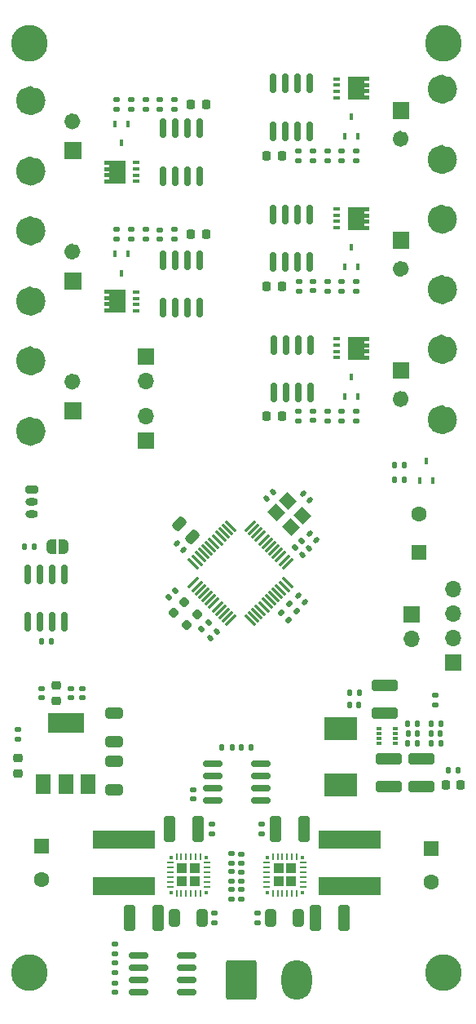
<source format=gts>
G04 #@! TF.GenerationSoftware,KiCad,Pcbnew,(6.0.6)*
G04 #@! TF.CreationDate,2023-02-05T11:57:00-05:00*
G04 #@! TF.ProjectId,KXRPowerBoardV2,4b585250-6f77-4657-9242-6f6172645632,rev?*
G04 #@! TF.SameCoordinates,Original*
G04 #@! TF.FileFunction,Soldermask,Top*
G04 #@! TF.FilePolarity,Negative*
%FSLAX46Y46*%
G04 Gerber Fmt 4.6, Leading zero omitted, Abs format (unit mm)*
G04 Created by KiCad (PCBNEW (6.0.6)) date 2023-02-05 11:57:00*
%MOMM*%
%LPD*%
G01*
G04 APERTURE LIST*
G04 Aperture macros list*
%AMRoundRect*
0 Rectangle with rounded corners*
0 $1 Rounding radius*
0 $2 $3 $4 $5 $6 $7 $8 $9 X,Y pos of 4 corners*
0 Add a 4 corners polygon primitive as box body*
4,1,4,$2,$3,$4,$5,$6,$7,$8,$9,$2,$3,0*
0 Add four circle primitives for the rounded corners*
1,1,$1+$1,$2,$3*
1,1,$1+$1,$4,$5*
1,1,$1+$1,$6,$7*
1,1,$1+$1,$8,$9*
0 Add four rect primitives between the rounded corners*
20,1,$1+$1,$2,$3,$4,$5,0*
20,1,$1+$1,$4,$5,$6,$7,0*
20,1,$1+$1,$6,$7,$8,$9,0*
20,1,$1+$1,$8,$9,$2,$3,0*%
%AMRotRect*
0 Rectangle, with rotation*
0 The origin of the aperture is its center*
0 $1 length*
0 $2 width*
0 $3 Rotation angle, in degrees counterclockwise*
0 Add horizontal line*
21,1,$1,$2,0,0,$3*%
%AMFreePoly0*
4,1,17,1.395000,0.765000,0.855000,0.765000,0.855000,0.535000,1.395000,0.535000,1.395000,0.115000,0.855000,0.115000,0.855000,-0.115000,1.395000,-0.115000,1.395000,-0.535000,0.855000,-0.535000,0.855000,-0.765000,1.395000,-0.765000,1.395000,-1.185000,-0.855000,-1.185000,-0.855000,1.185000,1.395000,1.185000,1.395000,0.765000,1.395000,0.765000,$1*%
%AMFreePoly1*
4,1,22,0.500000,-0.750000,0.000000,-0.750000,0.000000,-0.745033,-0.079941,-0.743568,-0.215256,-0.701293,-0.333266,-0.622738,-0.424486,-0.514219,-0.481581,-0.384460,-0.499164,-0.250000,-0.500000,-0.250000,-0.500000,0.250000,-0.499164,0.250000,-0.499963,0.256109,-0.478152,0.396186,-0.417904,0.524511,-0.324060,0.630769,-0.204165,0.706417,-0.067858,0.745374,0.000000,0.744959,0.000000,0.750000,
0.500000,0.750000,0.500000,-0.750000,0.500000,-0.750000,$1*%
%AMFreePoly2*
4,1,20,0.000000,0.744959,0.073905,0.744508,0.209726,0.703889,0.328688,0.626782,0.421226,0.519385,0.479903,0.390333,0.500000,0.250000,0.500000,-0.250000,0.499851,-0.262216,0.476331,-0.402017,0.414519,-0.529596,0.319384,-0.634700,0.198574,-0.708877,0.061801,-0.746166,0.000000,-0.745033,0.000000,-0.750000,-0.500000,-0.750000,-0.500000,0.750000,0.000000,0.750000,0.000000,0.744959,
0.000000,0.744959,$1*%
G04 Aperture macros list end*
%ADD10C,1.531200*%
%ADD11C,0.836200*%
%ADD12C,0.010000*%
%ADD13RoundRect,0.135000X-0.185000X0.135000X-0.185000X-0.135000X0.185000X-0.135000X0.185000X0.135000X0*%
%ADD14RoundRect,0.140000X0.170000X-0.140000X0.170000X0.140000X-0.170000X0.140000X-0.170000X-0.140000X0*%
%ADD15R,1.700000X1.700000*%
%ADD16O,1.700000X1.700000*%
%ADD17RoundRect,0.135000X0.135000X0.185000X-0.135000X0.185000X-0.135000X-0.185000X0.135000X-0.185000X0*%
%ADD18R,0.450000X0.700000*%
%ADD19RoundRect,0.140000X0.219203X0.021213X0.021213X0.219203X-0.219203X-0.021213X-0.021213X-0.219203X0*%
%ADD20RoundRect,0.135000X0.185000X-0.135000X0.185000X0.135000X-0.185000X0.135000X-0.185000X-0.135000X0*%
%ADD21RoundRect,0.140000X-0.219203X-0.021213X-0.021213X-0.219203X0.219203X0.021213X0.021213X0.219203X0*%
%ADD22RoundRect,0.135000X-0.135000X-0.185000X0.135000X-0.185000X0.135000X0.185000X-0.135000X0.185000X0*%
%ADD23RoundRect,0.218750X0.026517X-0.335876X0.335876X-0.026517X-0.026517X0.335876X-0.335876X0.026517X0*%
%ADD24RoundRect,0.140000X-0.170000X0.140000X-0.170000X-0.140000X0.170000X-0.140000X0.170000X0.140000X0*%
%ADD25RoundRect,0.250000X-0.325000X-0.650000X0.325000X-0.650000X0.325000X0.650000X-0.325000X0.650000X0*%
%ADD26RoundRect,0.135000X-0.035355X0.226274X-0.226274X0.035355X0.035355X-0.226274X0.226274X-0.035355X0*%
%ADD27RoundRect,0.250000X0.325000X1.100000X-0.325000X1.100000X-0.325000X-1.100000X0.325000X-1.100000X0*%
%ADD28RoundRect,0.140000X0.140000X0.170000X-0.140000X0.170000X-0.140000X-0.170000X0.140000X-0.170000X0*%
%ADD29R,0.700000X0.420000*%
%ADD30FreePoly0,180.000000*%
%ADD31RoundRect,0.218750X0.218750X0.256250X-0.218750X0.256250X-0.218750X-0.256250X0.218750X-0.256250X0*%
%ADD32FreePoly0,0.000000*%
%ADD33RoundRect,0.150000X0.825000X0.150000X-0.825000X0.150000X-0.825000X-0.150000X0.825000X-0.150000X0*%
%ADD34R,1.500000X2.000000*%
%ADD35R,3.800000X2.000000*%
%ADD36C,3.800000*%
%ADD37RoundRect,0.250000X-0.512652X-0.159099X-0.159099X-0.512652X0.512652X0.159099X0.159099X0.512652X0*%
%ADD38RoundRect,0.250000X-0.325000X-1.100000X0.325000X-1.100000X0.325000X1.100000X-0.325000X1.100000X0*%
%ADD39RoundRect,0.218750X0.256250X-0.218750X0.256250X0.218750X-0.256250X0.218750X-0.256250X-0.218750X0*%
%ADD40R,1.600000X1.600000*%
%ADD41C,1.600000*%
%ADD42RoundRect,0.140000X0.021213X-0.219203X0.219203X-0.021213X-0.021213X0.219203X-0.219203X0.021213X0*%
%ADD43RoundRect,0.218750X-0.218750X-0.256250X0.218750X-0.256250X0.218750X0.256250X-0.218750X0.256250X0*%
%ADD44RoundRect,0.135000X-0.226274X-0.035355X-0.035355X-0.226274X0.226274X0.035355X0.035355X0.226274X0*%
%ADD45R,3.500000X2.450000*%
%ADD46RoundRect,0.250000X-1.100000X0.325000X-1.100000X-0.325000X1.100000X-0.325000X1.100000X0.325000X0*%
%ADD47RotRect,1.400000X1.200000X315.000000*%
%ADD48RoundRect,0.250000X0.325000X0.650000X-0.325000X0.650000X-0.325000X-0.650000X0.325000X-0.650000X0*%
%ADD49RoundRect,0.250000X-1.330000X-1.800000X1.330000X-1.800000X1.330000X1.800000X-1.330000X1.800000X0*%
%ADD50O,3.160000X4.100000*%
%ADD51RoundRect,0.140000X-0.021213X0.219203X-0.219203X0.021213X0.021213X-0.219203X0.219203X-0.021213X0*%
%ADD52RoundRect,0.250000X1.100000X-0.325000X1.100000X0.325000X-1.100000X0.325000X-1.100000X-0.325000X0*%
%ADD53RoundRect,0.150000X0.150000X-0.825000X0.150000X0.825000X-0.150000X0.825000X-0.150000X-0.825000X0*%
%ADD54FreePoly1,0.000000*%
%ADD55FreePoly2,0.000000*%
%ADD56R,6.500000X1.920000*%
%ADD57RoundRect,0.150000X-0.150000X0.825000X-0.150000X-0.825000X0.150000X-0.825000X0.150000X0.825000X0*%
%ADD58R,0.250000X0.700000*%
%ADD59R,0.700000X0.250000*%
%ADD60R,1.125000X1.125000*%
%ADD61R,0.375000X0.375000*%
%ADD62RoundRect,0.200000X-0.450000X0.200000X-0.450000X-0.200000X0.450000X-0.200000X0.450000X0.200000X0*%
%ADD63O,1.300000X0.800000*%
%ADD64RoundRect,0.140000X-0.140000X-0.170000X0.140000X-0.170000X0.140000X0.170000X-0.140000X0.170000X0*%
%ADD65R,0.475000X0.300000*%
%ADD66RoundRect,0.218750X-0.256250X0.218750X-0.256250X-0.218750X0.256250X-0.218750X0.256250X0.218750X0*%
%ADD67RoundRect,0.250000X-0.650000X0.325000X-0.650000X-0.325000X0.650000X-0.325000X0.650000X0.325000X0*%
%ADD68RoundRect,0.075000X0.415425X0.521491X-0.521491X-0.415425X-0.415425X-0.521491X0.521491X0.415425X0*%
%ADD69RoundRect,0.075000X-0.415425X0.521491X-0.521491X0.415425X0.415425X-0.521491X0.521491X-0.415425X0*%
G04 APERTURE END LIST*
D10*
X179375850Y-63295000D02*
G75*
G03*
X179375850Y-63295000I-765600J0D01*
G01*
D11*
X183348350Y-58145000D02*
G75*
G03*
X183348350Y-58145000I-418100J0D01*
G01*
D10*
X179375850Y-55995000D02*
G75*
G03*
X179375850Y-55995000I-765600J0D01*
G01*
G36*
X183766450Y-61981200D02*
G01*
X182094050Y-61981200D01*
X182094050Y-60308800D01*
X183766450Y-60308800D01*
X183766450Y-61981200D01*
G37*
D12*
X183766450Y-61981200D02*
X182094050Y-61981200D01*
X182094050Y-60308800D01*
X183766450Y-60308800D01*
X183766450Y-61981200D01*
D10*
X179375850Y-90295000D02*
G75*
G03*
X179375850Y-90295000I-765600J0D01*
G01*
D11*
X183348350Y-85145000D02*
G75*
G03*
X183348350Y-85145000I-418100J0D01*
G01*
D10*
X179375850Y-82995000D02*
G75*
G03*
X179375850Y-82995000I-765600J0D01*
G01*
G36*
X183766450Y-88981200D02*
G01*
X182094050Y-88981200D01*
X182094050Y-87308800D01*
X183766450Y-87308800D01*
X183766450Y-88981200D01*
G37*
D12*
X183766450Y-88981200D02*
X182094050Y-88981200D01*
X182094050Y-87308800D01*
X183766450Y-87308800D01*
X183766450Y-88981200D01*
D11*
X217461100Y-59947000D02*
G75*
G03*
X217461100Y-59947000I-418100J0D01*
G01*
D10*
X222128600Y-54797000D02*
G75*
G03*
X222128600Y-54797000I-765600J0D01*
G01*
X222128600Y-62097000D02*
G75*
G03*
X222128600Y-62097000I-765600J0D01*
G01*
G36*
X217879200Y-57783200D02*
G01*
X216206800Y-57783200D01*
X216206800Y-56110800D01*
X217879200Y-56110800D01*
X217879200Y-57783200D01*
G37*
D12*
X217879200Y-57783200D02*
X216206800Y-57783200D01*
X216206800Y-56110800D01*
X217879200Y-56110800D01*
X217879200Y-57783200D01*
D10*
X222128600Y-68297000D02*
G75*
G03*
X222128600Y-68297000I-765600J0D01*
G01*
X222128600Y-75597000D02*
G75*
G03*
X222128600Y-75597000I-765600J0D01*
G01*
D11*
X217461100Y-73447000D02*
G75*
G03*
X217461100Y-73447000I-418100J0D01*
G01*
G36*
X217879200Y-71283200D02*
G01*
X216206800Y-71283200D01*
X216206800Y-69610800D01*
X217879200Y-69610800D01*
X217879200Y-71283200D01*
G37*
D12*
X217879200Y-71283200D02*
X216206800Y-71283200D01*
X216206800Y-69610800D01*
X217879200Y-69610800D01*
X217879200Y-71283200D01*
D10*
X179375850Y-69495000D02*
G75*
G03*
X179375850Y-69495000I-765600J0D01*
G01*
D11*
X183348350Y-71645000D02*
G75*
G03*
X183348350Y-71645000I-418100J0D01*
G01*
D10*
X179375850Y-76795000D02*
G75*
G03*
X179375850Y-76795000I-765600J0D01*
G01*
G36*
X183766450Y-75481200D02*
G01*
X182094050Y-75481200D01*
X182094050Y-73808800D01*
X183766450Y-73808800D01*
X183766450Y-75481200D01*
G37*
D12*
X183766450Y-75481200D02*
X182094050Y-75481200D01*
X182094050Y-73808800D01*
X183766450Y-73808800D01*
X183766450Y-75481200D01*
D10*
X222128600Y-81797000D02*
G75*
G03*
X222128600Y-81797000I-765600J0D01*
G01*
X222128600Y-89097000D02*
G75*
G03*
X222128600Y-89097000I-765600J0D01*
G01*
D11*
X217461100Y-86947000D02*
G75*
G03*
X217461100Y-86947000I-418100J0D01*
G01*
G36*
X217879200Y-84783200D02*
G01*
X216206800Y-84783200D01*
X216206800Y-83110800D01*
X217879200Y-83110800D01*
X217879200Y-84783200D01*
G37*
D12*
X217879200Y-84783200D02*
X216206800Y-84783200D01*
X216206800Y-83110800D01*
X217879200Y-83110800D01*
X217879200Y-84783200D01*
D13*
X189046000Y-69375000D03*
X189046000Y-70395000D03*
D14*
X207927250Y-89157000D03*
X207927250Y-88197000D03*
D15*
X222500000Y-114290000D03*
D16*
X222500000Y-111750000D03*
X222500000Y-109210000D03*
X222500000Y-106670000D03*
D13*
X190546000Y-69375000D03*
X190546000Y-70395000D03*
D17*
X221210000Y-120650000D03*
X220190000Y-120650000D03*
D18*
X219048000Y-95400000D03*
X220348000Y-95400000D03*
X219698000Y-93400000D03*
D19*
X207120411Y-108060411D03*
X206441589Y-107381589D03*
D20*
X206502000Y-75760000D03*
X206502000Y-74740000D03*
D21*
X206889812Y-96810731D03*
X207568634Y-97489553D03*
D13*
X197700000Y-140290000D03*
X197700000Y-141310000D03*
X193546000Y-69375000D03*
X193546000Y-70395000D03*
D22*
X221994000Y-125500000D03*
X223014000Y-125500000D03*
D20*
X212427250Y-62250000D03*
X212427250Y-61230000D03*
D23*
X193441000Y-109141847D03*
X194554694Y-108028153D03*
D14*
X207927250Y-62200000D03*
X207927250Y-61240000D03*
D24*
X200500000Y-136040000D03*
X200500000Y-137000000D03*
D25*
X193500000Y-140825000D03*
X196450000Y-140825000D03*
D22*
X216438000Y-95370000D03*
X217458000Y-95370000D03*
D26*
X197083624Y-110129376D03*
X196362376Y-110850624D03*
D27*
X191818000Y-140825000D03*
X188868000Y-140825000D03*
D28*
X180713000Y-112125000D03*
X179753000Y-112125000D03*
D29*
X189546000Y-64370000D03*
X189546000Y-63720000D03*
X189546000Y-63070000D03*
X189546000Y-62420000D03*
D30*
X187591000Y-63395000D03*
D22*
X217790000Y-122700000D03*
X218810000Y-122700000D03*
D18*
X211277250Y-73197000D03*
X212577250Y-73197000D03*
X211927250Y-71197000D03*
D29*
X189546000Y-77805000D03*
X189546000Y-77155000D03*
X189546000Y-76505000D03*
X189546000Y-75855000D03*
D30*
X187591000Y-76830000D03*
D31*
X196833500Y-69885000D03*
X195258500Y-69885000D03*
D20*
X212427250Y-75760000D03*
X212427250Y-74740000D03*
D29*
X210427250Y-67222000D03*
X210427250Y-67872000D03*
X210427250Y-68522000D03*
X210427250Y-69172000D03*
D32*
X212382250Y-68197000D03*
D33*
X194775000Y-148505000D03*
X194775000Y-147235000D03*
X194775000Y-145965000D03*
X194775000Y-144695000D03*
X189825000Y-144695000D03*
X189825000Y-145965000D03*
X189825000Y-147235000D03*
X189825000Y-148505000D03*
D34*
X179950000Y-126900000D03*
X182250000Y-126900000D03*
D35*
X182250000Y-120600000D03*
D34*
X184550000Y-126900000D03*
D21*
X193816589Y-101939589D03*
X194495411Y-102618411D03*
D15*
X190600000Y-91275000D03*
D16*
X190600000Y-88735000D03*
D36*
X221500000Y-50000000D03*
D37*
X194062498Y-99935498D03*
X195406000Y-101279000D03*
D38*
X208192000Y-140825000D03*
X211142000Y-140825000D03*
D28*
X218780000Y-121650000D03*
X217820000Y-121650000D03*
D20*
X206427250Y-62250000D03*
X206427250Y-61230000D03*
D39*
X177250000Y-125787500D03*
X177250000Y-124212500D03*
D40*
X179725000Y-133325000D03*
D41*
X179725000Y-136825000D03*
D24*
X179750000Y-116980000D03*
X179750000Y-117940000D03*
D33*
X202475000Y-128605000D03*
X202475000Y-127335000D03*
X202475000Y-126065000D03*
X202475000Y-124795000D03*
X197525000Y-124795000D03*
X197525000Y-126065000D03*
X197525000Y-127335000D03*
X197525000Y-128605000D03*
D42*
X197272589Y-111718411D03*
X197951411Y-111039589D03*
D31*
X196833500Y-56395000D03*
X195258500Y-56395000D03*
D43*
X203139750Y-88697000D03*
X204714750Y-88697000D03*
D44*
X205506376Y-108224376D03*
X206227624Y-108945624D03*
D15*
X218200000Y-109325000D03*
D16*
X218200000Y-111865000D03*
D45*
X210770000Y-121131000D03*
X210770000Y-126981000D03*
D20*
X210927250Y-75760000D03*
X210927250Y-74740000D03*
D17*
X199510000Y-123100000D03*
X198490000Y-123100000D03*
D13*
X187546000Y-69375000D03*
X187546000Y-70395000D03*
D46*
X215392000Y-116635000D03*
X215392000Y-119585000D03*
D44*
X204637752Y-109133752D03*
X205359000Y-109855000D03*
D47*
X204100365Y-98723365D03*
X205656000Y-100279000D03*
X206858081Y-99076919D03*
X205302446Y-97521284D03*
D48*
X206450000Y-140825000D03*
X203500000Y-140825000D03*
D22*
X220190000Y-122700000D03*
X221210000Y-122700000D03*
D49*
X200512500Y-147225000D03*
D50*
X206212500Y-147225000D03*
D24*
X199500000Y-137860000D03*
X199500000Y-138820000D03*
D20*
X209427250Y-89217000D03*
X209427250Y-88197000D03*
D26*
X193654624Y-106827376D03*
X192933376Y-107548624D03*
D18*
X188696000Y-71895000D03*
X187396000Y-71895000D03*
X188046000Y-73895000D03*
D51*
X207495411Y-102439589D03*
X206816589Y-103118411D03*
D13*
X199500000Y-136000000D03*
X199500000Y-137020000D03*
D20*
X210927250Y-62250000D03*
X210927250Y-61230000D03*
X206427250Y-89207000D03*
X206427250Y-88187000D03*
D52*
X215800000Y-127205000D03*
X215800000Y-124255000D03*
D43*
X203139750Y-61740000D03*
X204714750Y-61740000D03*
D13*
X197400000Y-131065000D03*
X197400000Y-132085000D03*
D53*
X178308000Y-110100000D03*
X179578000Y-110100000D03*
X180848000Y-110100000D03*
X182118000Y-110100000D03*
X182118000Y-105150000D03*
X180848000Y-105150000D03*
X179578000Y-105150000D03*
X178308000Y-105150000D03*
D17*
X201510000Y-123100000D03*
X200490000Y-123100000D03*
D54*
X180750000Y-102280000D03*
D55*
X182050000Y-102280000D03*
D56*
X211755000Y-137485000D03*
X211755000Y-132665000D03*
D14*
X207899000Y-75730000D03*
X207899000Y-74770000D03*
D21*
X207566589Y-100939589D03*
X208245411Y-101618411D03*
D57*
X207582250Y-54222000D03*
X206312250Y-54222000D03*
X205042250Y-54222000D03*
X203772250Y-54222000D03*
X203772250Y-59172000D03*
X205042250Y-59172000D03*
X206312250Y-59172000D03*
X207582250Y-59172000D03*
D18*
X211277250Y-86697000D03*
X212577250Y-86697000D03*
X211927250Y-84697000D03*
D13*
X177250000Y-121250000D03*
X177250000Y-122270000D03*
D24*
X192046000Y-69405000D03*
X192046000Y-70365000D03*
D58*
X196255000Y-134425000D03*
X195755000Y-134425000D03*
X195255000Y-134425000D03*
X194755000Y-134425000D03*
X194255000Y-134425000D03*
X193755000Y-134425000D03*
D59*
X193105000Y-135075000D03*
X193105000Y-135575000D03*
X193105000Y-136075000D03*
X193105000Y-136575000D03*
X193105000Y-137075000D03*
X193105000Y-137575000D03*
D58*
X193755000Y-138225000D03*
X194255000Y-138225000D03*
X194755000Y-138225000D03*
X195255000Y-138225000D03*
X195755000Y-138225000D03*
X196255000Y-138225000D03*
D59*
X196905000Y-137575000D03*
X196905000Y-137075000D03*
X196905000Y-136575000D03*
X196905000Y-136075000D03*
X196905000Y-135575000D03*
X196905000Y-135075000D03*
D60*
X195667000Y-135662000D03*
X195667000Y-136987000D03*
X194343000Y-135662000D03*
X194343000Y-136987000D03*
D61*
X196818000Y-134512000D03*
X193192000Y-134512000D03*
X193192000Y-138138000D03*
X196818000Y-138138000D03*
D20*
X212427250Y-89207000D03*
X212427250Y-88187000D03*
D17*
X179010000Y-102300000D03*
X177990000Y-102300000D03*
D20*
X187400000Y-144510000D03*
X187400000Y-143490000D03*
D62*
X178700000Y-96350000D03*
D63*
X178700000Y-97600000D03*
X178700000Y-98850000D03*
D51*
X203818634Y-96560731D03*
X203139812Y-97239553D03*
D57*
X207645000Y-81345000D03*
X206375000Y-81345000D03*
X205105000Y-81345000D03*
X203835000Y-81345000D03*
X203835000Y-86295000D03*
X205105000Y-86295000D03*
X206375000Y-86295000D03*
X207645000Y-86295000D03*
D22*
X216438000Y-93800000D03*
X217458000Y-93800000D03*
D52*
X219202000Y-127205000D03*
X219202000Y-124255000D03*
D15*
X190600000Y-82525000D03*
D16*
X190600000Y-85065000D03*
D43*
X203139750Y-75250000D03*
X204714750Y-75250000D03*
D14*
X182750000Y-117960000D03*
X182750000Y-117000000D03*
D53*
X192391000Y-63816000D03*
X193661000Y-63816000D03*
X194931000Y-63816000D03*
X196201000Y-63816000D03*
X196201000Y-58866000D03*
X194931000Y-58866000D03*
X193661000Y-58866000D03*
X192391000Y-58866000D03*
D57*
X207582250Y-67775000D03*
X206312250Y-67775000D03*
X205042250Y-67775000D03*
X203772250Y-67775000D03*
X203772250Y-72725000D03*
X205042250Y-72725000D03*
X206312250Y-72725000D03*
X207582250Y-72725000D03*
D64*
X211720000Y-118700000D03*
X212680000Y-118700000D03*
D40*
X218948000Y-102870000D03*
D41*
X218948000Y-98870000D03*
D36*
X221500000Y-146500000D03*
D26*
X206766624Y-101668376D03*
X206045376Y-102389624D03*
D58*
X203755000Y-138225000D03*
X204255000Y-138225000D03*
X204755000Y-138225000D03*
X205255000Y-138225000D03*
X205755000Y-138225000D03*
X206255000Y-138225000D03*
D59*
X206905000Y-137575000D03*
X206905000Y-137075000D03*
X206905000Y-136575000D03*
X206905000Y-136075000D03*
X206905000Y-135575000D03*
X206905000Y-135075000D03*
D58*
X206255000Y-134425000D03*
X205755000Y-134425000D03*
X205255000Y-134425000D03*
X204755000Y-134425000D03*
X204255000Y-134425000D03*
X203755000Y-134425000D03*
D59*
X203105000Y-135075000D03*
X203105000Y-135575000D03*
X203105000Y-136075000D03*
X203105000Y-136575000D03*
X203105000Y-137075000D03*
X203105000Y-137575000D03*
D60*
X204343000Y-136988000D03*
X204343000Y-135663000D03*
X205667000Y-136988000D03*
X205667000Y-135663000D03*
D61*
X203192000Y-138138000D03*
X206818000Y-138138000D03*
X206818000Y-134512000D03*
X203192000Y-134512000D03*
D14*
X200500000Y-135120000D03*
X200500000Y-134160000D03*
D27*
X206980000Y-131575000D03*
X204030000Y-131575000D03*
D13*
X187546000Y-55885000D03*
X187546000Y-56905000D03*
D14*
X220600000Y-118680000D03*
X220600000Y-117720000D03*
D20*
X209427250Y-62250000D03*
X209427250Y-61230000D03*
D13*
X190546000Y-55885000D03*
X190546000Y-56905000D03*
D53*
X192391000Y-77475000D03*
X193661000Y-77475000D03*
X194931000Y-77475000D03*
X196201000Y-77475000D03*
X196201000Y-72525000D03*
X194931000Y-72525000D03*
X193661000Y-72525000D03*
X192391000Y-72525000D03*
D40*
X220225000Y-133575000D03*
D41*
X220225000Y-137075000D03*
D20*
X202200000Y-141310000D03*
X202200000Y-140290000D03*
D56*
X188255000Y-137485000D03*
X188255000Y-132665000D03*
D13*
X199500000Y-134110000D03*
X199500000Y-135130000D03*
D24*
X192046000Y-55895000D03*
X192046000Y-56855000D03*
D13*
X193546000Y-55885000D03*
X193546000Y-56905000D03*
D18*
X188696000Y-58395000D03*
X187396000Y-58395000D03*
X188046000Y-60395000D03*
D24*
X187400000Y-147540000D03*
X187400000Y-148500000D03*
D36*
X178500000Y-146500000D03*
D65*
X214808000Y-121170000D03*
X214808000Y-121670000D03*
X214808000Y-122170000D03*
X214808000Y-122670000D03*
X216484000Y-122670000D03*
X216484000Y-122170000D03*
X216484000Y-121670000D03*
X216484000Y-121170000D03*
D36*
X178500000Y-50000000D03*
D20*
X202600000Y-132110000D03*
X202600000Y-131090000D03*
D23*
X194769153Y-110411847D03*
X195882847Y-109298153D03*
D29*
X210427250Y-53722000D03*
X210427250Y-54372000D03*
X210427250Y-55022000D03*
X210427250Y-55672000D03*
D32*
X212382250Y-54697000D03*
D18*
X211277250Y-59697000D03*
X212577250Y-59697000D03*
X211927250Y-57697000D03*
D20*
X187400000Y-146510000D03*
X187400000Y-145490000D03*
D22*
X217790000Y-120650000D03*
X218810000Y-120650000D03*
D66*
X181250000Y-116692500D03*
X181250000Y-118267500D03*
D20*
X210927250Y-89207000D03*
X210927250Y-88187000D03*
D29*
X210427250Y-80722000D03*
X210427250Y-81372000D03*
X210427250Y-82022000D03*
X210427250Y-82672000D03*
D32*
X212382250Y-81697000D03*
D67*
X187250000Y-124525000D03*
X187250000Y-127475000D03*
D14*
X184000000Y-117960000D03*
X184000000Y-117000000D03*
D24*
X195450000Y-127495000D03*
X195450000Y-128455000D03*
D43*
X221716500Y-127000000D03*
X223291500Y-127000000D03*
D38*
X193030000Y-131575000D03*
X195980000Y-131575000D03*
D28*
X221180000Y-121666000D03*
X220220000Y-121666000D03*
D20*
X209427250Y-75760000D03*
X209427250Y-74740000D03*
D13*
X189046000Y-55885000D03*
X189046000Y-56905000D03*
D22*
X211718000Y-117430000D03*
X212738000Y-117430000D03*
D20*
X200500000Y-138830000D03*
X200500000Y-137810000D03*
D67*
X187250000Y-119525000D03*
X187250000Y-122475000D03*
D68*
X205293876Y-104030212D03*
X204940322Y-103676658D03*
X204586769Y-103323105D03*
X204233215Y-102969551D03*
X203879662Y-102615998D03*
X203526109Y-102262445D03*
X203172555Y-101908891D03*
X202819002Y-101555338D03*
X202465449Y-101201785D03*
X202111895Y-100848231D03*
X201758342Y-100494678D03*
X201404788Y-100141124D03*
D69*
X199407212Y-100141124D03*
X199053658Y-100494678D03*
X198700105Y-100848231D03*
X198346551Y-101201785D03*
X197992998Y-101555338D03*
X197639445Y-101908891D03*
X197285891Y-102262445D03*
X196932338Y-102615998D03*
X196578785Y-102969551D03*
X196225231Y-103323105D03*
X195871678Y-103676658D03*
X195518124Y-104030212D03*
D68*
X195518124Y-106027788D03*
X195871678Y-106381342D03*
X196225231Y-106734895D03*
X196578785Y-107088449D03*
X196932338Y-107442002D03*
X197285891Y-107795555D03*
X197639445Y-108149109D03*
X197992998Y-108502662D03*
X198346551Y-108856215D03*
X198700105Y-109209769D03*
X199053658Y-109563322D03*
X199407212Y-109916876D03*
D69*
X201404788Y-109916876D03*
X201758342Y-109563322D03*
X202111895Y-109209769D03*
X202465449Y-108856215D03*
X202819002Y-108502662D03*
X203172555Y-108149109D03*
X203526109Y-107795555D03*
X203879662Y-107442002D03*
X204233215Y-107088449D03*
X204586769Y-106734895D03*
X204940322Y-106381342D03*
X205293876Y-106027788D03*
M02*

</source>
